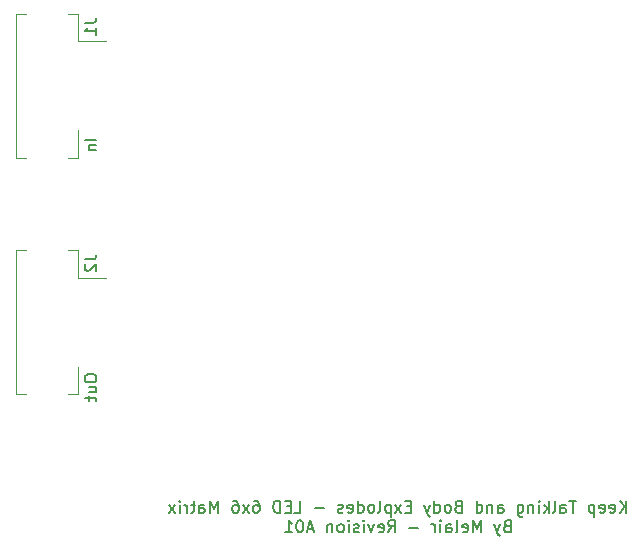
<source format=gbr>
%TF.GenerationSoftware,KiCad,Pcbnew,(5.1.9)-1*%
%TF.CreationDate,2021-05-23T18:39:07+01:00*%
%TF.ProjectId,LEDMaze,4c45444d-617a-4652-9e6b-696361645f70,rev?*%
%TF.SameCoordinates,Original*%
%TF.FileFunction,Legend,Bot*%
%TF.FilePolarity,Positive*%
%FSLAX46Y46*%
G04 Gerber Fmt 4.6, Leading zero omitted, Abs format (unit mm)*
G04 Created by KiCad (PCBNEW (5.1.9)-1) date 2021-05-23 18:39:07*
%MOMM*%
%LPD*%
G01*
G04 APERTURE LIST*
%ADD10C,0.150000*%
%ADD11C,0.120000*%
G04 APERTURE END LIST*
D10*
X74809523Y-101127380D02*
X74809523Y-100127380D01*
X74238095Y-101127380D02*
X74666666Y-100555952D01*
X74238095Y-100127380D02*
X74809523Y-100698809D01*
X73428571Y-101079761D02*
X73523809Y-101127380D01*
X73714285Y-101127380D01*
X73809523Y-101079761D01*
X73857142Y-100984523D01*
X73857142Y-100603571D01*
X73809523Y-100508333D01*
X73714285Y-100460714D01*
X73523809Y-100460714D01*
X73428571Y-100508333D01*
X73380952Y-100603571D01*
X73380952Y-100698809D01*
X73857142Y-100794047D01*
X72571428Y-101079761D02*
X72666666Y-101127380D01*
X72857142Y-101127380D01*
X72952380Y-101079761D01*
X73000000Y-100984523D01*
X73000000Y-100603571D01*
X72952380Y-100508333D01*
X72857142Y-100460714D01*
X72666666Y-100460714D01*
X72571428Y-100508333D01*
X72523809Y-100603571D01*
X72523809Y-100698809D01*
X73000000Y-100794047D01*
X72095238Y-100460714D02*
X72095238Y-101460714D01*
X72095238Y-100508333D02*
X72000000Y-100460714D01*
X71809523Y-100460714D01*
X71714285Y-100508333D01*
X71666666Y-100555952D01*
X71619047Y-100651190D01*
X71619047Y-100936904D01*
X71666666Y-101032142D01*
X71714285Y-101079761D01*
X71809523Y-101127380D01*
X72000000Y-101127380D01*
X72095238Y-101079761D01*
X70571428Y-100127380D02*
X70000000Y-100127380D01*
X70285714Y-101127380D02*
X70285714Y-100127380D01*
X69238095Y-101127380D02*
X69238095Y-100603571D01*
X69285714Y-100508333D01*
X69380952Y-100460714D01*
X69571428Y-100460714D01*
X69666666Y-100508333D01*
X69238095Y-101079761D02*
X69333333Y-101127380D01*
X69571428Y-101127380D01*
X69666666Y-101079761D01*
X69714285Y-100984523D01*
X69714285Y-100889285D01*
X69666666Y-100794047D01*
X69571428Y-100746428D01*
X69333333Y-100746428D01*
X69238095Y-100698809D01*
X68619047Y-101127380D02*
X68714285Y-101079761D01*
X68761904Y-100984523D01*
X68761904Y-100127380D01*
X68238095Y-101127380D02*
X68238095Y-100127380D01*
X68142857Y-100746428D02*
X67857142Y-101127380D01*
X67857142Y-100460714D02*
X68238095Y-100841666D01*
X67428571Y-101127380D02*
X67428571Y-100460714D01*
X67428571Y-100127380D02*
X67476190Y-100175000D01*
X67428571Y-100222619D01*
X67380952Y-100175000D01*
X67428571Y-100127380D01*
X67428571Y-100222619D01*
X66952380Y-100460714D02*
X66952380Y-101127380D01*
X66952380Y-100555952D02*
X66904761Y-100508333D01*
X66809523Y-100460714D01*
X66666666Y-100460714D01*
X66571428Y-100508333D01*
X66523809Y-100603571D01*
X66523809Y-101127380D01*
X65619047Y-100460714D02*
X65619047Y-101270238D01*
X65666666Y-101365476D01*
X65714285Y-101413095D01*
X65809523Y-101460714D01*
X65952380Y-101460714D01*
X66047619Y-101413095D01*
X65619047Y-101079761D02*
X65714285Y-101127380D01*
X65904761Y-101127380D01*
X66000000Y-101079761D01*
X66047619Y-101032142D01*
X66095238Y-100936904D01*
X66095238Y-100651190D01*
X66047619Y-100555952D01*
X66000000Y-100508333D01*
X65904761Y-100460714D01*
X65714285Y-100460714D01*
X65619047Y-100508333D01*
X63952380Y-101127380D02*
X63952380Y-100603571D01*
X64000000Y-100508333D01*
X64095238Y-100460714D01*
X64285714Y-100460714D01*
X64380952Y-100508333D01*
X63952380Y-101079761D02*
X64047619Y-101127380D01*
X64285714Y-101127380D01*
X64380952Y-101079761D01*
X64428571Y-100984523D01*
X64428571Y-100889285D01*
X64380952Y-100794047D01*
X64285714Y-100746428D01*
X64047619Y-100746428D01*
X63952380Y-100698809D01*
X63476190Y-100460714D02*
X63476190Y-101127380D01*
X63476190Y-100555952D02*
X63428571Y-100508333D01*
X63333333Y-100460714D01*
X63190476Y-100460714D01*
X63095238Y-100508333D01*
X63047619Y-100603571D01*
X63047619Y-101127380D01*
X62142857Y-101127380D02*
X62142857Y-100127380D01*
X62142857Y-101079761D02*
X62238095Y-101127380D01*
X62428571Y-101127380D01*
X62523809Y-101079761D01*
X62571428Y-101032142D01*
X62619047Y-100936904D01*
X62619047Y-100651190D01*
X62571428Y-100555952D01*
X62523809Y-100508333D01*
X62428571Y-100460714D01*
X62238095Y-100460714D01*
X62142857Y-100508333D01*
X60571428Y-100603571D02*
X60428571Y-100651190D01*
X60380952Y-100698809D01*
X60333333Y-100794047D01*
X60333333Y-100936904D01*
X60380952Y-101032142D01*
X60428571Y-101079761D01*
X60523809Y-101127380D01*
X60904761Y-101127380D01*
X60904761Y-100127380D01*
X60571428Y-100127380D01*
X60476190Y-100175000D01*
X60428571Y-100222619D01*
X60380952Y-100317857D01*
X60380952Y-100413095D01*
X60428571Y-100508333D01*
X60476190Y-100555952D01*
X60571428Y-100603571D01*
X60904761Y-100603571D01*
X59761904Y-101127380D02*
X59857142Y-101079761D01*
X59904761Y-101032142D01*
X59952380Y-100936904D01*
X59952380Y-100651190D01*
X59904761Y-100555952D01*
X59857142Y-100508333D01*
X59761904Y-100460714D01*
X59619047Y-100460714D01*
X59523809Y-100508333D01*
X59476190Y-100555952D01*
X59428571Y-100651190D01*
X59428571Y-100936904D01*
X59476190Y-101032142D01*
X59523809Y-101079761D01*
X59619047Y-101127380D01*
X59761904Y-101127380D01*
X58571428Y-101127380D02*
X58571428Y-100127380D01*
X58571428Y-101079761D02*
X58666666Y-101127380D01*
X58857142Y-101127380D01*
X58952380Y-101079761D01*
X59000000Y-101032142D01*
X59047619Y-100936904D01*
X59047619Y-100651190D01*
X59000000Y-100555952D01*
X58952380Y-100508333D01*
X58857142Y-100460714D01*
X58666666Y-100460714D01*
X58571428Y-100508333D01*
X58190476Y-100460714D02*
X57952380Y-101127380D01*
X57714285Y-100460714D02*
X57952380Y-101127380D01*
X58047619Y-101365476D01*
X58095238Y-101413095D01*
X58190476Y-101460714D01*
X56571428Y-100603571D02*
X56238095Y-100603571D01*
X56095238Y-101127380D02*
X56571428Y-101127380D01*
X56571428Y-100127380D01*
X56095238Y-100127380D01*
X55761904Y-101127380D02*
X55238095Y-100460714D01*
X55761904Y-100460714D02*
X55238095Y-101127380D01*
X54857142Y-100460714D02*
X54857142Y-101460714D01*
X54857142Y-100508333D02*
X54761904Y-100460714D01*
X54571428Y-100460714D01*
X54476190Y-100508333D01*
X54428571Y-100555952D01*
X54380952Y-100651190D01*
X54380952Y-100936904D01*
X54428571Y-101032142D01*
X54476190Y-101079761D01*
X54571428Y-101127380D01*
X54761904Y-101127380D01*
X54857142Y-101079761D01*
X53809523Y-101127380D02*
X53904761Y-101079761D01*
X53952380Y-100984523D01*
X53952380Y-100127380D01*
X53285714Y-101127380D02*
X53380952Y-101079761D01*
X53428571Y-101032142D01*
X53476190Y-100936904D01*
X53476190Y-100651190D01*
X53428571Y-100555952D01*
X53380952Y-100508333D01*
X53285714Y-100460714D01*
X53142857Y-100460714D01*
X53047619Y-100508333D01*
X53000000Y-100555952D01*
X52952380Y-100651190D01*
X52952380Y-100936904D01*
X53000000Y-101032142D01*
X53047619Y-101079761D01*
X53142857Y-101127380D01*
X53285714Y-101127380D01*
X52095238Y-101127380D02*
X52095238Y-100127380D01*
X52095238Y-101079761D02*
X52190476Y-101127380D01*
X52380952Y-101127380D01*
X52476190Y-101079761D01*
X52523809Y-101032142D01*
X52571428Y-100936904D01*
X52571428Y-100651190D01*
X52523809Y-100555952D01*
X52476190Y-100508333D01*
X52380952Y-100460714D01*
X52190476Y-100460714D01*
X52095238Y-100508333D01*
X51238095Y-101079761D02*
X51333333Y-101127380D01*
X51523809Y-101127380D01*
X51619047Y-101079761D01*
X51666666Y-100984523D01*
X51666666Y-100603571D01*
X51619047Y-100508333D01*
X51523809Y-100460714D01*
X51333333Y-100460714D01*
X51238095Y-100508333D01*
X51190476Y-100603571D01*
X51190476Y-100698809D01*
X51666666Y-100794047D01*
X50809523Y-101079761D02*
X50714285Y-101127380D01*
X50523809Y-101127380D01*
X50428571Y-101079761D01*
X50380952Y-100984523D01*
X50380952Y-100936904D01*
X50428571Y-100841666D01*
X50523809Y-100794047D01*
X50666666Y-100794047D01*
X50761904Y-100746428D01*
X50809523Y-100651190D01*
X50809523Y-100603571D01*
X50761904Y-100508333D01*
X50666666Y-100460714D01*
X50523809Y-100460714D01*
X50428571Y-100508333D01*
X49190476Y-100746428D02*
X48428571Y-100746428D01*
X46714285Y-101127380D02*
X47190476Y-101127380D01*
X47190476Y-100127380D01*
X46380952Y-100603571D02*
X46047619Y-100603571D01*
X45904761Y-101127380D02*
X46380952Y-101127380D01*
X46380952Y-100127380D01*
X45904761Y-100127380D01*
X45476190Y-101127380D02*
X45476190Y-100127380D01*
X45238095Y-100127380D01*
X45095238Y-100175000D01*
X45000000Y-100270238D01*
X44952380Y-100365476D01*
X44904761Y-100555952D01*
X44904761Y-100698809D01*
X44952380Y-100889285D01*
X45000000Y-100984523D01*
X45095238Y-101079761D01*
X45238095Y-101127380D01*
X45476190Y-101127380D01*
X43285714Y-100127380D02*
X43476190Y-100127380D01*
X43571428Y-100175000D01*
X43619047Y-100222619D01*
X43714285Y-100365476D01*
X43761904Y-100555952D01*
X43761904Y-100936904D01*
X43714285Y-101032142D01*
X43666666Y-101079761D01*
X43571428Y-101127380D01*
X43380952Y-101127380D01*
X43285714Y-101079761D01*
X43238095Y-101032142D01*
X43190476Y-100936904D01*
X43190476Y-100698809D01*
X43238095Y-100603571D01*
X43285714Y-100555952D01*
X43380952Y-100508333D01*
X43571428Y-100508333D01*
X43666666Y-100555952D01*
X43714285Y-100603571D01*
X43761904Y-100698809D01*
X42857142Y-101127380D02*
X42333333Y-100460714D01*
X42857142Y-100460714D02*
X42333333Y-101127380D01*
X41523809Y-100127380D02*
X41714285Y-100127380D01*
X41809523Y-100175000D01*
X41857142Y-100222619D01*
X41952380Y-100365476D01*
X42000000Y-100555952D01*
X42000000Y-100936904D01*
X41952380Y-101032142D01*
X41904761Y-101079761D01*
X41809523Y-101127380D01*
X41619047Y-101127380D01*
X41523809Y-101079761D01*
X41476190Y-101032142D01*
X41428571Y-100936904D01*
X41428571Y-100698809D01*
X41476190Y-100603571D01*
X41523809Y-100555952D01*
X41619047Y-100508333D01*
X41809523Y-100508333D01*
X41904761Y-100555952D01*
X41952380Y-100603571D01*
X42000000Y-100698809D01*
X40238095Y-101127380D02*
X40238095Y-100127380D01*
X39904761Y-100841666D01*
X39571428Y-100127380D01*
X39571428Y-101127380D01*
X38666666Y-101127380D02*
X38666666Y-100603571D01*
X38714285Y-100508333D01*
X38809523Y-100460714D01*
X39000000Y-100460714D01*
X39095238Y-100508333D01*
X38666666Y-101079761D02*
X38761904Y-101127380D01*
X39000000Y-101127380D01*
X39095238Y-101079761D01*
X39142857Y-100984523D01*
X39142857Y-100889285D01*
X39095238Y-100794047D01*
X39000000Y-100746428D01*
X38761904Y-100746428D01*
X38666666Y-100698809D01*
X38333333Y-100460714D02*
X37952380Y-100460714D01*
X38190476Y-100127380D02*
X38190476Y-100984523D01*
X38142857Y-101079761D01*
X38047619Y-101127380D01*
X37952380Y-101127380D01*
X37619047Y-101127380D02*
X37619047Y-100460714D01*
X37619047Y-100651190D02*
X37571428Y-100555952D01*
X37523809Y-100508333D01*
X37428571Y-100460714D01*
X37333333Y-100460714D01*
X37000000Y-101127380D02*
X37000000Y-100460714D01*
X37000000Y-100127380D02*
X37047619Y-100175000D01*
X37000000Y-100222619D01*
X36952380Y-100175000D01*
X37000000Y-100127380D01*
X37000000Y-100222619D01*
X36619047Y-101127380D02*
X36095238Y-100460714D01*
X36619047Y-100460714D02*
X36095238Y-101127380D01*
X64690476Y-102253571D02*
X64547619Y-102301190D01*
X64500000Y-102348809D01*
X64452380Y-102444047D01*
X64452380Y-102586904D01*
X64500000Y-102682142D01*
X64547619Y-102729761D01*
X64642857Y-102777380D01*
X65023809Y-102777380D01*
X65023809Y-101777380D01*
X64690476Y-101777380D01*
X64595238Y-101825000D01*
X64547619Y-101872619D01*
X64500000Y-101967857D01*
X64500000Y-102063095D01*
X64547619Y-102158333D01*
X64595238Y-102205952D01*
X64690476Y-102253571D01*
X65023809Y-102253571D01*
X64119047Y-102110714D02*
X63880952Y-102777380D01*
X63642857Y-102110714D02*
X63880952Y-102777380D01*
X63976190Y-103015476D01*
X64023809Y-103063095D01*
X64119047Y-103110714D01*
X62500000Y-102777380D02*
X62500000Y-101777380D01*
X62166666Y-102491666D01*
X61833333Y-101777380D01*
X61833333Y-102777380D01*
X60976190Y-102729761D02*
X61071428Y-102777380D01*
X61261904Y-102777380D01*
X61357142Y-102729761D01*
X61404761Y-102634523D01*
X61404761Y-102253571D01*
X61357142Y-102158333D01*
X61261904Y-102110714D01*
X61071428Y-102110714D01*
X60976190Y-102158333D01*
X60928571Y-102253571D01*
X60928571Y-102348809D01*
X61404761Y-102444047D01*
X60357142Y-102777380D02*
X60452380Y-102729761D01*
X60500000Y-102634523D01*
X60500000Y-101777380D01*
X59547619Y-102777380D02*
X59547619Y-102253571D01*
X59595238Y-102158333D01*
X59690476Y-102110714D01*
X59880952Y-102110714D01*
X59976190Y-102158333D01*
X59547619Y-102729761D02*
X59642857Y-102777380D01*
X59880952Y-102777380D01*
X59976190Y-102729761D01*
X60023809Y-102634523D01*
X60023809Y-102539285D01*
X59976190Y-102444047D01*
X59880952Y-102396428D01*
X59642857Y-102396428D01*
X59547619Y-102348809D01*
X59071428Y-102777380D02*
X59071428Y-102110714D01*
X59071428Y-101777380D02*
X59119047Y-101825000D01*
X59071428Y-101872619D01*
X59023809Y-101825000D01*
X59071428Y-101777380D01*
X59071428Y-101872619D01*
X58595238Y-102777380D02*
X58595238Y-102110714D01*
X58595238Y-102301190D02*
X58547619Y-102205952D01*
X58500000Y-102158333D01*
X58404761Y-102110714D01*
X58309523Y-102110714D01*
X57214285Y-102396428D02*
X56452380Y-102396428D01*
X54642857Y-102777380D02*
X54976190Y-102301190D01*
X55214285Y-102777380D02*
X55214285Y-101777380D01*
X54833333Y-101777380D01*
X54738095Y-101825000D01*
X54690476Y-101872619D01*
X54642857Y-101967857D01*
X54642857Y-102110714D01*
X54690476Y-102205952D01*
X54738095Y-102253571D01*
X54833333Y-102301190D01*
X55214285Y-102301190D01*
X53833333Y-102729761D02*
X53928571Y-102777380D01*
X54119047Y-102777380D01*
X54214285Y-102729761D01*
X54261904Y-102634523D01*
X54261904Y-102253571D01*
X54214285Y-102158333D01*
X54119047Y-102110714D01*
X53928571Y-102110714D01*
X53833333Y-102158333D01*
X53785714Y-102253571D01*
X53785714Y-102348809D01*
X54261904Y-102444047D01*
X53452380Y-102110714D02*
X53214285Y-102777380D01*
X52976190Y-102110714D01*
X52595238Y-102777380D02*
X52595238Y-102110714D01*
X52595238Y-101777380D02*
X52642857Y-101825000D01*
X52595238Y-101872619D01*
X52547619Y-101825000D01*
X52595238Y-101777380D01*
X52595238Y-101872619D01*
X52166666Y-102729761D02*
X52071428Y-102777380D01*
X51880952Y-102777380D01*
X51785714Y-102729761D01*
X51738095Y-102634523D01*
X51738095Y-102586904D01*
X51785714Y-102491666D01*
X51880952Y-102444047D01*
X52023809Y-102444047D01*
X52119047Y-102396428D01*
X52166666Y-102301190D01*
X52166666Y-102253571D01*
X52119047Y-102158333D01*
X52023809Y-102110714D01*
X51880952Y-102110714D01*
X51785714Y-102158333D01*
X51309523Y-102777380D02*
X51309523Y-102110714D01*
X51309523Y-101777380D02*
X51357142Y-101825000D01*
X51309523Y-101872619D01*
X51261904Y-101825000D01*
X51309523Y-101777380D01*
X51309523Y-101872619D01*
X50690476Y-102777380D02*
X50785714Y-102729761D01*
X50833333Y-102682142D01*
X50880952Y-102586904D01*
X50880952Y-102301190D01*
X50833333Y-102205952D01*
X50785714Y-102158333D01*
X50690476Y-102110714D01*
X50547619Y-102110714D01*
X50452380Y-102158333D01*
X50404761Y-102205952D01*
X50357142Y-102301190D01*
X50357142Y-102586904D01*
X50404761Y-102682142D01*
X50452380Y-102729761D01*
X50547619Y-102777380D01*
X50690476Y-102777380D01*
X49928571Y-102110714D02*
X49928571Y-102777380D01*
X49928571Y-102205952D02*
X49880952Y-102158333D01*
X49785714Y-102110714D01*
X49642857Y-102110714D01*
X49547619Y-102158333D01*
X49500000Y-102253571D01*
X49500000Y-102777380D01*
X48309523Y-102491666D02*
X47833333Y-102491666D01*
X48404761Y-102777380D02*
X48071428Y-101777380D01*
X47738095Y-102777380D01*
X47214285Y-101777380D02*
X47119047Y-101777380D01*
X47023809Y-101825000D01*
X46976190Y-101872619D01*
X46928571Y-101967857D01*
X46880952Y-102158333D01*
X46880952Y-102396428D01*
X46928571Y-102586904D01*
X46976190Y-102682142D01*
X47023809Y-102729761D01*
X47119047Y-102777380D01*
X47214285Y-102777380D01*
X47309523Y-102729761D01*
X47357142Y-102682142D01*
X47404761Y-102586904D01*
X47452380Y-102396428D01*
X47452380Y-102158333D01*
X47404761Y-101967857D01*
X47357142Y-101872619D01*
X47309523Y-101825000D01*
X47214285Y-101777380D01*
X45928571Y-102777380D02*
X46500000Y-102777380D01*
X46214285Y-102777380D02*
X46214285Y-101777380D01*
X46309523Y-101920238D01*
X46404761Y-102015476D01*
X46500000Y-102063095D01*
X28952380Y-89666666D02*
X28952380Y-89857142D01*
X29000000Y-89952380D01*
X29095238Y-90047619D01*
X29285714Y-90095238D01*
X29619047Y-90095238D01*
X29809523Y-90047619D01*
X29904761Y-89952380D01*
X29952380Y-89857142D01*
X29952380Y-89666666D01*
X29904761Y-89571428D01*
X29809523Y-89476190D01*
X29619047Y-89428571D01*
X29285714Y-89428571D01*
X29095238Y-89476190D01*
X29000000Y-89571428D01*
X28952380Y-89666666D01*
X29285714Y-90952380D02*
X29952380Y-90952380D01*
X29285714Y-90523809D02*
X29809523Y-90523809D01*
X29904761Y-90571428D01*
X29952380Y-90666666D01*
X29952380Y-90809523D01*
X29904761Y-90904761D01*
X29857142Y-90952380D01*
X29285714Y-91285714D02*
X29285714Y-91666666D01*
X28952380Y-91428571D02*
X29809523Y-91428571D01*
X29904761Y-91476190D01*
X29952380Y-91571428D01*
X29952380Y-91666666D01*
X29952380Y-69547619D02*
X28952380Y-69547619D01*
X29285714Y-70023809D02*
X29952380Y-70023809D01*
X29380952Y-70023809D02*
X29333333Y-70071428D01*
X29285714Y-70166666D01*
X29285714Y-70309523D01*
X29333333Y-70404761D01*
X29428571Y-70452380D01*
X29952380Y-70452380D01*
D11*
%TO.C,J2*%
X27510000Y-78915000D02*
X28360000Y-78915000D01*
X28360000Y-78915000D02*
X28360000Y-81240000D01*
X28360000Y-81240000D02*
X30750000Y-81240000D01*
X27510000Y-91085000D02*
X28360000Y-91085000D01*
X28360000Y-91085000D02*
X28360000Y-88760000D01*
X23990000Y-78915000D02*
X23140000Y-78915000D01*
X23140000Y-78915000D02*
X23140000Y-91085000D01*
X23140000Y-91085000D02*
X23990000Y-91085000D01*
%TO.C,J1*%
X27510000Y-58915000D02*
X28360000Y-58915000D01*
X28360000Y-58915000D02*
X28360000Y-61240000D01*
X28360000Y-61240000D02*
X30750000Y-61240000D01*
X27510000Y-71085000D02*
X28360000Y-71085000D01*
X28360000Y-71085000D02*
X28360000Y-68760000D01*
X23990000Y-58915000D02*
X23140000Y-58915000D01*
X23140000Y-58915000D02*
X23140000Y-71085000D01*
X23140000Y-71085000D02*
X23990000Y-71085000D01*
%TO.C,J2*%
D10*
X28952380Y-79666666D02*
X29666666Y-79666666D01*
X29809523Y-79619047D01*
X29904761Y-79523809D01*
X29952380Y-79380952D01*
X29952380Y-79285714D01*
X29047619Y-80095238D02*
X29000000Y-80142857D01*
X28952380Y-80238095D01*
X28952380Y-80476190D01*
X29000000Y-80571428D01*
X29047619Y-80619047D01*
X29142857Y-80666666D01*
X29238095Y-80666666D01*
X29380952Y-80619047D01*
X29952380Y-80047619D01*
X29952380Y-80666666D01*
%TO.C,J1*%
X28952380Y-59666666D02*
X29666666Y-59666666D01*
X29809523Y-59619047D01*
X29904761Y-59523809D01*
X29952380Y-59380952D01*
X29952380Y-59285714D01*
X29952380Y-60666666D02*
X29952380Y-60095238D01*
X29952380Y-60380952D02*
X28952380Y-60380952D01*
X29095238Y-60285714D01*
X29190476Y-60190476D01*
X29238095Y-60095238D01*
%TD*%
M02*

</source>
